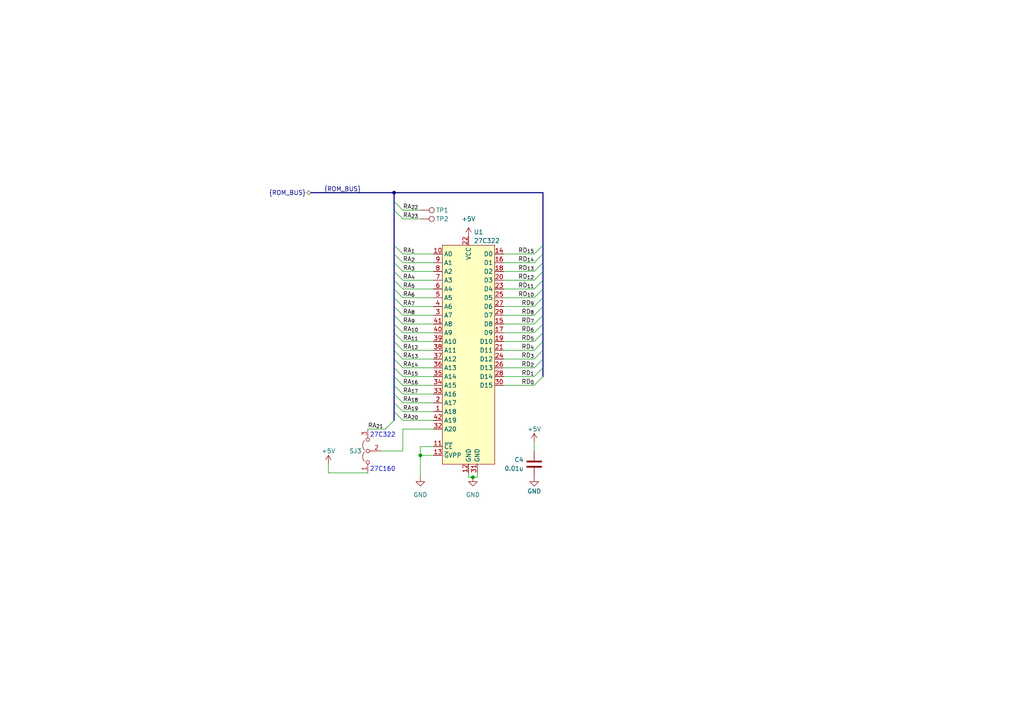
<source format=kicad_sch>
(kicad_sch
	(version 20231120)
	(generator "eeschema")
	(generator_version "8.0")
	(uuid "655dd94d-c8d5-4c85-a0a5-b48f6e46c8df")
	(paper "A4")
	(title_block
		(title "SNES SA-1 Cartridge")
		(date "2025-10-27")
		(rev "v1.0")
		(company "https://github.com/MouseBiteLabs/Super-Nintendo-Cartridges")
	)
	(lib_symbols
		(symbol "Bucketmouse:27C322"
			(exclude_from_sim no)
			(in_bom yes)
			(on_board yes)
			(property "Reference" "U"
				(at -7.62 31.75 0)
				(effects
					(font
						(size 1.27 1.27)
					)
				)
			)
			(property "Value" "27C322"
				(at -10.414 -34.29 0)
				(effects
					(font
						(size 1.27 1.27)
					)
					(justify left)
				)
			)
			(property "Footprint" ""
				(at 0 0 0)
				(effects
					(font
						(size 1.27 1.27)
					)
					(hide yes)
				)
			)
			(property "Datasheet" "https://static1.squarespace.com/static/51f517f0e4b01da70d01ca2a/t/5575515de4b0888fee6170ec/1433751901367/27C322.pdf"
				(at 0.254 -48.006 0)
				(effects
					(font
						(size 1.27 1.27)
					)
					(hide yes)
				)
			)
			(property "Description" "32 Mbit UV EPROM"
				(at 0.508 -45.974 0)
				(effects
					(font
						(size 1.27 1.27)
					)
					(hide yes)
				)
			)
			(property "ki_keywords" "OTP EPROM 4MiBit"
				(at 0 0 0)
				(effects
					(font
						(size 1.27 1.27)
					)
					(hide yes)
				)
			)
			(property "ki_fp_filters" "DIP*W15.24mm* PLCC*"
				(at 0 0 0)
				(effects
					(font
						(size 1.27 1.27)
					)
					(hide yes)
				)
			)
			(symbol "27C322_1_1"
				(rectangle
					(start -7.62 30.48)
					(end 7.62 -33.02)
					(stroke
						(width 0)
						(type default)
					)
					(fill
						(type background)
					)
				)
				(pin input line
					(at -10.16 -17.78 0)
					(length 2.54)
					(name "A18"
						(effects
							(font
								(size 1.27 1.27)
							)
						)
					)
					(number "1"
						(effects
							(font
								(size 1.27 1.27)
							)
						)
					)
				)
				(pin input line
					(at -10.16 27.94 0)
					(length 2.54)
					(name "A0"
						(effects
							(font
								(size 1.27 1.27)
							)
						)
					)
					(number "10"
						(effects
							(font
								(size 1.27 1.27)
							)
						)
					)
				)
				(pin input line
					(at -10.16 -27.94 0)
					(length 2.54)
					(name "~{CE}"
						(effects
							(font
								(size 1.27 1.27)
							)
						)
					)
					(number "11"
						(effects
							(font
								(size 1.27 1.27)
							)
						)
					)
				)
				(pin power_in line
					(at 0 -35.56 90)
					(length 2.54)
					(name "GND"
						(effects
							(font
								(size 1.27 1.27)
							)
						)
					)
					(number "12"
						(effects
							(font
								(size 1.27 1.27)
							)
						)
					)
				)
				(pin input line
					(at -10.16 -30.48 0)
					(length 2.54)
					(name "~{G}VPP"
						(effects
							(font
								(size 1.27 1.27)
							)
						)
					)
					(number "13"
						(effects
							(font
								(size 1.27 1.27)
							)
						)
					)
				)
				(pin tri_state line
					(at 10.16 27.94 180)
					(length 2.54)
					(name "D0"
						(effects
							(font
								(size 1.27 1.27)
							)
						)
					)
					(number "14"
						(effects
							(font
								(size 1.27 1.27)
							)
						)
					)
				)
				(pin tri_state line
					(at 10.16 7.62 180)
					(length 2.54)
					(name "D8"
						(effects
							(font
								(size 1.27 1.27)
							)
						)
					)
					(number "15"
						(effects
							(font
								(size 1.27 1.27)
							)
						)
					)
				)
				(pin tri_state line
					(at 10.16 25.4 180)
					(length 2.54)
					(name "D1"
						(effects
							(font
								(size 1.27 1.27)
							)
						)
					)
					(number "16"
						(effects
							(font
								(size 1.27 1.27)
							)
						)
					)
				)
				(pin tri_state line
					(at 10.16 5.08 180)
					(length 2.54)
					(name "D9"
						(effects
							(font
								(size 1.27 1.27)
							)
						)
					)
					(number "17"
						(effects
							(font
								(size 1.27 1.27)
							)
						)
					)
				)
				(pin tri_state line
					(at 10.16 22.86 180)
					(length 2.54)
					(name "D2"
						(effects
							(font
								(size 1.27 1.27)
							)
						)
					)
					(number "18"
						(effects
							(font
								(size 1.27 1.27)
							)
						)
					)
				)
				(pin tri_state line
					(at 10.16 2.54 180)
					(length 2.54)
					(name "D10"
						(effects
							(font
								(size 1.27 1.27)
							)
						)
					)
					(number "19"
						(effects
							(font
								(size 1.27 1.27)
							)
						)
					)
				)
				(pin input line
					(at -10.16 -15.24 0)
					(length 2.54)
					(name "A17"
						(effects
							(font
								(size 1.27 1.27)
							)
						)
					)
					(number "2"
						(effects
							(font
								(size 1.27 1.27)
							)
						)
					)
				)
				(pin tri_state line
					(at 10.16 20.32 180)
					(length 2.54)
					(name "D3"
						(effects
							(font
								(size 1.27 1.27)
							)
						)
					)
					(number "20"
						(effects
							(font
								(size 1.27 1.27)
							)
						)
					)
				)
				(pin tri_state line
					(at 10.16 0 180)
					(length 2.54)
					(name "D11"
						(effects
							(font
								(size 1.27 1.27)
							)
						)
					)
					(number "21"
						(effects
							(font
								(size 1.27 1.27)
							)
						)
					)
				)
				(pin power_in line
					(at 0 33.02 270)
					(length 2.54)
					(name "VCC"
						(effects
							(font
								(size 1.27 1.27)
							)
						)
					)
					(number "22"
						(effects
							(font
								(size 1.27 1.27)
							)
						)
					)
				)
				(pin tri_state line
					(at 10.16 17.78 180)
					(length 2.54)
					(name "D4"
						(effects
							(font
								(size 1.27 1.27)
							)
						)
					)
					(number "23"
						(effects
							(font
								(size 1.27 1.27)
							)
						)
					)
				)
				(pin tri_state line
					(at 10.16 -2.54 180)
					(length 2.54)
					(name "D12"
						(effects
							(font
								(size 1.27 1.27)
							)
						)
					)
					(number "24"
						(effects
							(font
								(size 1.27 1.27)
							)
						)
					)
				)
				(pin tri_state line
					(at 10.16 15.24 180)
					(length 2.54)
					(name "D5"
						(effects
							(font
								(size 1.27 1.27)
							)
						)
					)
					(number "25"
						(effects
							(font
								(size 1.27 1.27)
							)
						)
					)
				)
				(pin tri_state line
					(at 10.16 -5.08 180)
					(length 2.54)
					(name "D13"
						(effects
							(font
								(size 1.27 1.27)
							)
						)
					)
					(number "26"
						(effects
							(font
								(size 1.27 1.27)
							)
						)
					)
				)
				(pin tri_state line
					(at 10.16 12.7 180)
					(length 2.54)
					(name "D6"
						(effects
							(font
								(size 1.27 1.27)
							)
						)
					)
					(number "27"
						(effects
							(font
								(size 1.27 1.27)
							)
						)
					)
				)
				(pin tri_state line
					(at 10.16 -7.62 180)
					(length 2.54)
					(name "D14"
						(effects
							(font
								(size 1.27 1.27)
							)
						)
					)
					(number "28"
						(effects
							(font
								(size 1.27 1.27)
							)
						)
					)
				)
				(pin tri_state line
					(at 10.16 10.16 180)
					(length 2.54)
					(name "D7"
						(effects
							(font
								(size 1.27 1.27)
							)
						)
					)
					(number "29"
						(effects
							(font
								(size 1.27 1.27)
							)
						)
					)
				)
				(pin input line
					(at -10.16 10.16 0)
					(length 2.54)
					(name "A7"
						(effects
							(font
								(size 1.27 1.27)
							)
						)
					)
					(number "3"
						(effects
							(font
								(size 1.27 1.27)
							)
						)
					)
				)
				(pin tri_state line
					(at 10.16 -10.16 180)
					(length 2.54)
					(name "D15"
						(effects
							(font
								(size 1.27 1.27)
							)
						)
					)
					(number "30"
						(effects
							(font
								(size 1.27 1.27)
							)
						)
					)
				)
				(pin power_in line
					(at 2.54 -35.56 90)
					(length 2.54)
					(name "GND"
						(effects
							(font
								(size 1.27 1.27)
							)
						)
					)
					(number "31"
						(effects
							(font
								(size 1.27 1.27)
							)
						)
					)
				)
				(pin input line
					(at -10.16 -22.86 0)
					(length 2.54)
					(name "A20"
						(effects
							(font
								(size 1.27 1.27)
							)
						)
					)
					(number "32"
						(effects
							(font
								(size 1.27 1.27)
							)
						)
					)
				)
				(pin input line
					(at -10.16 -12.7 0)
					(length 2.54)
					(name "A16"
						(effects
							(font
								(size 1.27 1.27)
							)
						)
					)
					(number "33"
						(effects
							(font
								(size 1.27 1.27)
							)
						)
					)
				)
				(pin input line
					(at -10.16 -10.16 0)
					(length 2.54)
					(name "A15"
						(effects
							(font
								(size 1.27 1.27)
							)
						)
					)
					(number "34"
						(effects
							(font
								(size 1.27 1.27)
							)
						)
					)
				)
				(pin input line
					(at -10.16 -7.62 0)
					(length 2.54)
					(name "A14"
						(effects
							(font
								(size 1.27 1.27)
							)
						)
					)
					(number "35"
						(effects
							(font
								(size 1.27 1.27)
							)
						)
					)
				)
				(pin input line
					(at -10.16 -5.08 0)
					(length 2.54)
					(name "A13"
						(effects
							(font
								(size 1.27 1.27)
							)
						)
					)
					(number "36"
						(effects
							(font
								(size 1.27 1.27)
							)
						)
					)
				)
				(pin input line
					(at -10.16 -2.54 0)
					(length 2.54)
					(name "A12"
						(effects
							(font
								(size 1.27 1.27)
							)
						)
					)
					(number "37"
						(effects
							(font
								(size 1.27 1.27)
							)
						)
					)
				)
				(pin input line
					(at -10.16 0 0)
					(length 2.54)
					(name "A11"
						(effects
							(font
								(size 1.27 1.27)
							)
						)
					)
					(number "38"
						(effects
							(font
								(size 1.27 1.27)
							)
						)
					)
				)
				(pin input line
					(at -10.16 2.54 0)
					(length 2.54)
					(name "A10"
						(effects
							(font
								(size 1.27 1.27)
							)
						)
					)
					(number "39"
						(effects
							(font
								(size 1.27 1.27)
							)
						)
					)
				)
				(pin input line
					(at -10.16 12.7 0)
					(length 2.54)
					(name "A6"
						(effects
							(font
								(size 1.27 1.27)
							)
						)
					)
					(number "4"
						(effects
							(font
								(size 1.27 1.27)
							)
						)
					)
				)
				(pin input line
					(at -10.16 5.08 0)
					(length 2.54)
					(name "A9"
						(effects
							(font
								(size 1.27 1.27)
							)
						)
					)
					(number "40"
						(effects
							(font
								(size 1.27 1.27)
							)
						)
					)
				)
				(pin input line
					(at -10.16 7.62 0)
					(length 2.54)
					(name "A8"
						(effects
							(font
								(size 1.27 1.27)
							)
						)
					)
					(number "41"
						(effects
							(font
								(size 1.27 1.27)
							)
						)
					)
				)
				(pin input line
					(at -10.16 -20.32 0)
					(length 2.54)
					(name "A19"
						(effects
							(font
								(size 1.27 1.27)
							)
						)
					)
					(number "42"
						(effects
							(font
								(size 1.27 1.27)
							)
						)
					)
				)
				(pin input line
					(at -10.16 15.24 0)
					(length 2.54)
					(name "A5"
						(effects
							(font
								(size 1.27 1.27)
							)
						)
					)
					(number "5"
						(effects
							(font
								(size 1.27 1.27)
							)
						)
					)
				)
				(pin input line
					(at -10.16 17.78 0)
					(length 2.54)
					(name "A4"
						(effects
							(font
								(size 1.27 1.27)
							)
						)
					)
					(number "6"
						(effects
							(font
								(size 1.27 1.27)
							)
						)
					)
				)
				(pin input line
					(at -10.16 20.32 0)
					(length 2.54)
					(name "A3"
						(effects
							(font
								(size 1.27 1.27)
							)
						)
					)
					(number "7"
						(effects
							(font
								(size 1.27 1.27)
							)
						)
					)
				)
				(pin input line
					(at -10.16 22.86 0)
					(length 2.54)
					(name "A2"
						(effects
							(font
								(size 1.27 1.27)
							)
						)
					)
					(number "8"
						(effects
							(font
								(size 1.27 1.27)
							)
						)
					)
				)
				(pin input line
					(at -10.16 25.4 0)
					(length 2.54)
					(name "A1"
						(effects
							(font
								(size 1.27 1.27)
							)
						)
					)
					(number "9"
						(effects
							(font
								(size 1.27 1.27)
							)
						)
					)
				)
			)
		)
		(symbol "Connector:TestPoint"
			(pin_numbers hide)
			(pin_names
				(offset 0.762) hide)
			(exclude_from_sim no)
			(in_bom yes)
			(on_board yes)
			(property "Reference" "TP"
				(at 0 6.858 0)
				(effects
					(font
						(size 1.27 1.27)
					)
				)
			)
			(property "Value" "TestPoint"
				(at 0 5.08 0)
				(effects
					(font
						(size 1.27 1.27)
					)
				)
			)
			(property "Footprint" ""
				(at 5.08 0 0)
				(effects
					(font
						(size 1.27 1.27)
					)
					(hide yes)
				)
			)
			(property "Datasheet" "~"
				(at 5.08 0 0)
				(effects
					(font
						(size 1.27 1.27)
					)
					(hide yes)
				)
			)
			(property "Description" "test point"
				(at 0 0 0)
				(effects
					(font
						(size 1.27 1.27)
					)
					(hide yes)
				)
			)
			(property "ki_keywords" "test point tp"
				(at 0 0 0)
				(effects
					(font
						(size 1.27 1.27)
					)
					(hide yes)
				)
			)
			(property "ki_fp_filters" "Pin* Test*"
				(at 0 0 0)
				(effects
					(font
						(size 1.27 1.27)
					)
					(hide yes)
				)
			)
			(symbol "TestPoint_0_1"
				(circle
					(center 0 3.302)
					(radius 0.762)
					(stroke
						(width 0)
						(type default)
					)
					(fill
						(type none)
					)
				)
			)
			(symbol "TestPoint_1_1"
				(pin passive line
					(at 0 0 90)
					(length 2.54)
					(name "1"
						(effects
							(font
								(size 1.27 1.27)
							)
						)
					)
					(number "1"
						(effects
							(font
								(size 1.27 1.27)
							)
						)
					)
				)
			)
		)
		(symbol "Device:C"
			(pin_numbers hide)
			(pin_names
				(offset 0.254)
			)
			(exclude_from_sim no)
			(in_bom yes)
			(on_board yes)
			(property "Reference" "C"
				(at 0.635 2.54 0)
				(effects
					(font
						(size 1.27 1.27)
					)
					(justify left)
				)
			)
			(property "Value" "C"
				(at 0.635 -2.54 0)
				(effects
					(font
						(size 1.27 1.27)
					)
					(justify left)
				)
			)
			(property "Footprint" ""
				(at 0.9652 -3.81 0)
				(effects
					(font
						(size 1.27 1.27)
					)
					(hide yes)
				)
			)
			(property "Datasheet" "~"
				(at 0 0 0)
				(effects
					(font
						(size 1.27 1.27)
					)
					(hide yes)
				)
			)
			(property "Description" "Unpolarized capacitor"
				(at 0 0 0)
				(effects
					(font
						(size 1.27 1.27)
					)
					(hide yes)
				)
			)
			(property "ki_keywords" "cap capacitor"
				(at 0 0 0)
				(effects
					(font
						(size 1.27 1.27)
					)
					(hide yes)
				)
			)
			(property "ki_fp_filters" "C_*"
				(at 0 0 0)
				(effects
					(font
						(size 1.27 1.27)
					)
					(hide yes)
				)
			)
			(symbol "C_0_1"
				(polyline
					(pts
						(xy -2.032 -0.762) (xy 2.032 -0.762)
					)
					(stroke
						(width 0.508)
						(type default)
					)
					(fill
						(type none)
					)
				)
				(polyline
					(pts
						(xy -2.032 0.762) (xy 2.032 0.762)
					)
					(stroke
						(width 0.508)
						(type default)
					)
					(fill
						(type none)
					)
				)
			)
			(symbol "C_1_1"
				(pin passive line
					(at 0 3.81 270)
					(length 2.794)
					(name "~"
						(effects
							(font
								(size 1.27 1.27)
							)
						)
					)
					(number "1"
						(effects
							(font
								(size 1.27 1.27)
							)
						)
					)
				)
				(pin passive line
					(at 0 -3.81 90)
					(length 2.794)
					(name "~"
						(effects
							(font
								(size 1.27 1.27)
							)
						)
					)
					(number "2"
						(effects
							(font
								(size 1.27 1.27)
							)
						)
					)
				)
			)
		)
		(symbol "Jumper:Jumper_3_Open"
			(pin_names
				(offset 0) hide)
			(exclude_from_sim yes)
			(in_bom no)
			(on_board yes)
			(property "Reference" "JP"
				(at -2.54 -2.54 0)
				(effects
					(font
						(size 1.27 1.27)
					)
				)
			)
			(property "Value" "Jumper_3_Open"
				(at 0 2.794 0)
				(effects
					(font
						(size 1.27 1.27)
					)
				)
			)
			(property "Footprint" ""
				(at 0 0 0)
				(effects
					(font
						(size 1.27 1.27)
					)
					(hide yes)
				)
			)
			(property "Datasheet" "~"
				(at 0 0 0)
				(effects
					(font
						(size 1.27 1.27)
					)
					(hide yes)
				)
			)
			(property "Description" "Jumper, 3-pole, both open"
				(at 0 0 0)
				(effects
					(font
						(size 1.27 1.27)
					)
					(hide yes)
				)
			)
			(property "ki_keywords" "Jumper SPDT"
				(at 0 0 0)
				(effects
					(font
						(size 1.27 1.27)
					)
					(hide yes)
				)
			)
			(property "ki_fp_filters" "Jumper* TestPoint*3Pads* TestPoint*Bridge*"
				(at 0 0 0)
				(effects
					(font
						(size 1.27 1.27)
					)
					(hide yes)
				)
			)
			(symbol "Jumper_3_Open_0_0"
				(circle
					(center -3.302 0)
					(radius 0.508)
					(stroke
						(width 0)
						(type default)
					)
					(fill
						(type none)
					)
				)
				(circle
					(center 0 0)
					(radius 0.508)
					(stroke
						(width 0)
						(type default)
					)
					(fill
						(type none)
					)
				)
				(circle
					(center 3.302 0)
					(radius 0.508)
					(stroke
						(width 0)
						(type default)
					)
					(fill
						(type none)
					)
				)
			)
			(symbol "Jumper_3_Open_0_1"
				(arc
					(start -0.254 1.016)
					(mid -1.651 1.4992)
					(end -3.048 1.016)
					(stroke
						(width 0)
						(type default)
					)
					(fill
						(type none)
					)
				)
				(polyline
					(pts
						(xy 0 -0.508) (xy 0 -1.27)
					)
					(stroke
						(width 0)
						(type default)
					)
					(fill
						(type none)
					)
				)
				(arc
					(start 3.048 1.016)
					(mid 1.651 1.4992)
					(end 0.254 1.016)
					(stroke
						(width 0)
						(type default)
					)
					(fill
						(type none)
					)
				)
			)
			(symbol "Jumper_3_Open_1_1"
				(pin passive line
					(at -6.35 0 0)
					(length 2.54)
					(name "A"
						(effects
							(font
								(size 1.27 1.27)
							)
						)
					)
					(number "1"
						(effects
							(font
								(size 1.27 1.27)
							)
						)
					)
				)
				(pin passive line
					(at 0 -3.81 90)
					(length 2.54)
					(name "C"
						(effects
							(font
								(size 1.27 1.27)
							)
						)
					)
					(number "2"
						(effects
							(font
								(size 1.27 1.27)
							)
						)
					)
				)
				(pin passive line
					(at 6.35 0 180)
					(length 2.54)
					(name "B"
						(effects
							(font
								(size 1.27 1.27)
							)
						)
					)
					(number "3"
						(effects
							(font
								(size 1.27 1.27)
							)
						)
					)
				)
			)
		)
		(symbol "power:+5V"
			(power)
			(pin_numbers hide)
			(pin_names
				(offset 0) hide)
			(exclude_from_sim no)
			(in_bom yes)
			(on_board yes)
			(property "Reference" "#PWR"
				(at 0 -3.81 0)
				(effects
					(font
						(size 1.27 1.27)
					)
					(hide yes)
				)
			)
			(property "Value" "+5V"
				(at 0 3.556 0)
				(effects
					(font
						(size 1.27 1.27)
					)
				)
			)
			(property "Footprint" ""
				(at 0 0 0)
				(effects
					(font
						(size 1.27 1.27)
					)
					(hide yes)
				)
			)
			(property "Datasheet" ""
				(at 0 0 0)
				(effects
					(font
						(size 1.27 1.27)
					)
					(hide yes)
				)
			)
			(property "Description" "Power symbol creates a global label with name \"+5V\""
				(at 0 0 0)
				(effects
					(font
						(size 1.27 1.27)
					)
					(hide yes)
				)
			)
			(property "ki_keywords" "global power"
				(at 0 0 0)
				(effects
					(font
						(size 1.27 1.27)
					)
					(hide yes)
				)
			)
			(symbol "+5V_0_1"
				(polyline
					(pts
						(xy -0.762 1.27) (xy 0 2.54)
					)
					(stroke
						(width 0)
						(type default)
					)
					(fill
						(type none)
					)
				)
				(polyline
					(pts
						(xy 0 0) (xy 0 2.54)
					)
					(stroke
						(width 0)
						(type default)
					)
					(fill
						(type none)
					)
				)
				(polyline
					(pts
						(xy 0 2.54) (xy 0.762 1.27)
					)
					(stroke
						(width 0)
						(type default)
					)
					(fill
						(type none)
					)
				)
			)
			(symbol "+5V_1_1"
				(pin power_in line
					(at 0 0 90)
					(length 0)
					(name "~"
						(effects
							(font
								(size 1.27 1.27)
							)
						)
					)
					(number "1"
						(effects
							(font
								(size 1.27 1.27)
							)
						)
					)
				)
			)
		)
		(symbol "power:GND"
			(power)
			(pin_numbers hide)
			(pin_names
				(offset 0) hide)
			(exclude_from_sim no)
			(in_bom yes)
			(on_board yes)
			(property "Reference" "#PWR"
				(at 0 -6.35 0)
				(effects
					(font
						(size 1.27 1.27)
					)
					(hide yes)
				)
			)
			(property "Value" "GND"
				(at 0 -3.81 0)
				(effects
					(font
						(size 1.27 1.27)
					)
				)
			)
			(property "Footprint" ""
				(at 0 0 0)
				(effects
					(font
						(size 1.27 1.27)
					)
					(hide yes)
				)
			)
			(property "Datasheet" ""
				(at 0 0 0)
				(effects
					(font
						(size 1.27 1.27)
					)
					(hide yes)
				)
			)
			(property "Description" "Power symbol creates a global label with name \"GND\" , ground"
				(at 0 0 0)
				(effects
					(font
						(size 1.27 1.27)
					)
					(hide yes)
				)
			)
			(property "ki_keywords" "global power"
				(at 0 0 0)
				(effects
					(font
						(size 1.27 1.27)
					)
					(hide yes)
				)
			)
			(symbol "GND_0_1"
				(polyline
					(pts
						(xy 0 0) (xy 0 -1.27) (xy 1.27 -1.27) (xy 0 -2.54) (xy -1.27 -1.27) (xy 0 -1.27)
					)
					(stroke
						(width 0)
						(type default)
					)
					(fill
						(type none)
					)
				)
			)
			(symbol "GND_1_1"
				(pin power_in line
					(at 0 0 270)
					(length 0)
					(name "~"
						(effects
							(font
								(size 1.27 1.27)
							)
						)
					)
					(number "1"
						(effects
							(font
								(size 1.27 1.27)
							)
						)
					)
				)
			)
		)
	)
	(junction
		(at 114.3 55.88)
		(diameter 0)
		(color 0 0 0 0)
		(uuid "66726ebb-eb75-4aa0-9754-aac3b39ece97")
	)
	(junction
		(at 121.92 132.08)
		(diameter 0)
		(color 0 0 0 0)
		(uuid "c4f2eeb2-9cee-4878-b9a2-a9713dd76dc5")
	)
	(junction
		(at 137.16 138.43)
		(diameter 0)
		(color 0 0 0 0)
		(uuid "d7e183ae-2590-4f6c-ac4e-40aec982fd2a")
	)
	(bus_entry
		(at 157.48 96.52)
		(size -2.54 2.54)
		(stroke
			(width 0)
			(type default)
		)
		(uuid "03e5fced-df88-4f1e-a51c-605bdee28fcb")
	)
	(bus_entry
		(at 114.3 99.06)
		(size 2.54 2.54)
		(stroke
			(width 0)
			(type default)
		)
		(uuid "04277900-a6d2-4d1d-8e0b-cf12c4d18aaf")
	)
	(bus_entry
		(at 114.3 96.52)
		(size 2.54 2.54)
		(stroke
			(width 0)
			(type default)
		)
		(uuid "0d32230d-2a69-4901-8f69-864426df61df")
	)
	(bus_entry
		(at 157.48 71.12)
		(size -2.54 2.54)
		(stroke
			(width 0)
			(type default)
		)
		(uuid "0e918eff-5f0b-4bd2-9589-ddf9fcdc1ce5")
	)
	(bus_entry
		(at 114.3 106.68)
		(size 2.54 2.54)
		(stroke
			(width 0)
			(type default)
		)
		(uuid "1cd6ef72-0d2a-456f-ace8-275d3f2de686")
	)
	(bus_entry
		(at 114.3 101.6)
		(size 2.54 2.54)
		(stroke
			(width 0)
			(type default)
		)
		(uuid "22358ce5-24dc-49ff-9d9f-1bb7e1135a07")
	)
	(bus_entry
		(at 157.48 81.28)
		(size -2.54 2.54)
		(stroke
			(width 0)
			(type default)
		)
		(uuid "23bda58e-dcef-4fab-ae61-afdf38bce5dd")
	)
	(bus_entry
		(at 157.48 78.74)
		(size -2.54 2.54)
		(stroke
			(width 0)
			(type default)
		)
		(uuid "291e8d7e-a7b5-4dd4-9064-3ce851c6bf1f")
	)
	(bus_entry
		(at 114.3 88.9)
		(size 2.54 2.54)
		(stroke
			(width 0)
			(type default)
		)
		(uuid "3845f50f-8671-4198-9643-6d94e7761a85")
	)
	(bus_entry
		(at 114.3 58.42)
		(size 2.54 2.54)
		(stroke
			(width 0)
			(type default)
		)
		(uuid "3ad82cd5-71e5-419f-8253-40af68a6dfc2")
	)
	(bus_entry
		(at 114.3 109.22)
		(size 2.54 2.54)
		(stroke
			(width 0)
			(type default)
		)
		(uuid "3eb2413d-8e48-4fd4-bdc7-4ad5547e4e4f")
	)
	(bus_entry
		(at 157.48 88.9)
		(size -2.54 2.54)
		(stroke
			(width 0)
			(type default)
		)
		(uuid "409126f0-d193-47eb-8324-c9afa39ee836")
	)
	(bus_entry
		(at 114.3 121.92)
		(size -2.54 2.54)
		(stroke
			(width 0)
			(type default)
		)
		(uuid "43217dcd-b3d2-4121-bbdc-dfad2eb85b2a")
	)
	(bus_entry
		(at 114.3 86.36)
		(size 2.54 2.54)
		(stroke
			(width 0)
			(type default)
		)
		(uuid "51233746-2fac-4177-bcac-e31c99ef17ea")
	)
	(bus_entry
		(at 157.48 104.14)
		(size -2.54 2.54)
		(stroke
			(width 0)
			(type default)
		)
		(uuid "563333c2-99b2-4dfc-b1d2-d7c1c073dd93")
	)
	(bus_entry
		(at 114.3 104.14)
		(size 2.54 2.54)
		(stroke
			(width 0)
			(type default)
		)
		(uuid "5681794c-42c5-416a-a40a-b6052d20bf85")
	)
	(bus_entry
		(at 114.3 71.12)
		(size 2.54 2.54)
		(stroke
			(width 0)
			(type default)
		)
		(uuid "700d6d5b-ac99-4982-841a-e6c7eb711d7f")
	)
	(bus_entry
		(at 157.48 73.66)
		(size -2.54 2.54)
		(stroke
			(width 0)
			(type default)
		)
		(uuid "7414a4eb-1280-4c18-9399-c87744a8de46")
	)
	(bus_entry
		(at 114.3 78.74)
		(size 2.54 2.54)
		(stroke
			(width 0)
			(type default)
		)
		(uuid "7772900a-9bce-416c-915e-6916f0f686da")
	)
	(bus_entry
		(at 114.3 111.76)
		(size 2.54 2.54)
		(stroke
			(width 0)
			(type default)
		)
		(uuid "7997ee73-394c-489d-85a4-172a7ecd9a22")
	)
	(bus_entry
		(at 157.48 109.22)
		(size -2.54 2.54)
		(stroke
			(width 0)
			(type default)
		)
		(uuid "81a0f1f0-fc65-42e1-92b5-384e127176a3")
	)
	(bus_entry
		(at 157.48 91.44)
		(size -2.54 2.54)
		(stroke
			(width 0)
			(type default)
		)
		(uuid "8392b4eb-05b9-46cf-9047-ddcafed45436")
	)
	(bus_entry
		(at 114.3 83.82)
		(size 2.54 2.54)
		(stroke
			(width 0)
			(type default)
		)
		(uuid "84c0b628-b212-490b-a953-a247ef2e6257")
	)
	(bus_entry
		(at 157.48 106.68)
		(size -2.54 2.54)
		(stroke
			(width 0)
			(type default)
		)
		(uuid "8fdf8564-2217-4879-8559-24a9e861b6b1")
	)
	(bus_entry
		(at 114.3 114.3)
		(size 2.54 2.54)
		(stroke
			(width 0)
			(type default)
		)
		(uuid "90ae0552-9861-4962-bb94-64021a6d0517")
	)
	(bus_entry
		(at 114.3 91.44)
		(size 2.54 2.54)
		(stroke
			(width 0)
			(type default)
		)
		(uuid "913e9847-782f-4229-b37b-5a69219badd8")
	)
	(bus_entry
		(at 157.48 99.06)
		(size -2.54 2.54)
		(stroke
			(width 0)
			(type default)
		)
		(uuid "98d9085c-5c0e-4909-8dfe-d01aace61563")
	)
	(bus_entry
		(at 114.3 119.38)
		(size 2.54 2.54)
		(stroke
			(width 0)
			(type default)
		)
		(uuid "9a10ca66-ab2c-4c63-a3dc-a4bcfbd04b3e")
	)
	(bus_entry
		(at 157.48 101.6)
		(size -2.54 2.54)
		(stroke
			(width 0)
			(type default)
		)
		(uuid "ae10f73e-14e8-45e7-bc50-1ab1d6f68529")
	)
	(bus_entry
		(at 114.3 60.96)
		(size 2.54 2.54)
		(stroke
			(width 0)
			(type default)
		)
		(uuid "b3e73d79-1bd2-425f-9d96-47f858293217")
	)
	(bus_entry
		(at 114.3 81.28)
		(size 2.54 2.54)
		(stroke
			(width 0)
			(type default)
		)
		(uuid "c563453b-5653-4b80-b9a3-7593f9824e81")
	)
	(bus_entry
		(at 157.48 76.2)
		(size -2.54 2.54)
		(stroke
			(width 0)
			(type default)
		)
		(uuid "c7cd9c2c-2b25-425a-98b7-631bd1a231b2")
	)
	(bus_entry
		(at 157.48 86.36)
		(size -2.54 2.54)
		(stroke
			(width 0)
			(type default)
		)
		(uuid "d66f0d1d-dbd6-4782-83a5-b65c3495c734")
	)
	(bus_entry
		(at 157.48 83.82)
		(size -2.54 2.54)
		(stroke
			(width 0)
			(type default)
		)
		(uuid "e211a1e4-52e6-4541-8fff-70de2f8ac2fa")
	)
	(bus_entry
		(at 114.3 116.84)
		(size 2.54 2.54)
		(stroke
			(width 0)
			(type default)
		)
		(uuid "e302b45f-b8e7-4499-a01c-594fa2da3701")
	)
	(bus_entry
		(at 157.48 93.98)
		(size -2.54 2.54)
		(stroke
			(width 0)
			(type default)
		)
		(uuid "e7adb16e-0677-4b4a-be8c-35b53d682efb")
	)
	(bus_entry
		(at 114.3 76.2)
		(size 2.54 2.54)
		(stroke
			(width 0)
			(type default)
		)
		(uuid "ed6819f7-6d9e-4d30-9605-c51c8df30ba8")
	)
	(bus_entry
		(at 114.3 93.98)
		(size 2.54 2.54)
		(stroke
			(width 0)
			(type default)
		)
		(uuid "f3a3f447-5bc1-4988-951b-19f29152b954")
	)
	(bus_entry
		(at 114.3 73.66)
		(size 2.54 2.54)
		(stroke
			(width 0)
			(type default)
		)
		(uuid "fcc92495-5335-485d-a700-8c674a1e115e")
	)
	(bus
		(pts
			(xy 157.48 104.14) (xy 157.48 101.6)
		)
		(stroke
			(width 0)
			(type default)
		)
		(uuid "09d94133-0356-426c-a623-f3cd43902265")
	)
	(wire
		(pts
			(xy 121.92 132.08) (xy 125.73 132.08)
		)
		(stroke
			(width 0)
			(type default)
		)
		(uuid "09e408c5-e5ac-4aa3-ab79-1976f6c61b18")
	)
	(wire
		(pts
			(xy 116.84 91.44) (xy 125.73 91.44)
		)
		(stroke
			(width 0)
			(type default)
		)
		(uuid "0cd20406-aed2-419a-9018-2a1658cddf33")
	)
	(wire
		(pts
			(xy 106.68 137.16) (xy 95.25 137.16)
		)
		(stroke
			(width 0)
			(type default)
		)
		(uuid "0d2e7b44-e69a-4e7a-8f5e-6ad4fd7a3a2d")
	)
	(bus
		(pts
			(xy 157.48 109.22) (xy 157.48 106.68)
		)
		(stroke
			(width 0)
			(type default)
		)
		(uuid "0e1f7ecc-34b1-4d09-a004-afb96915c403")
	)
	(wire
		(pts
			(xy 116.84 63.5) (xy 121.92 63.5)
		)
		(stroke
			(width 0)
			(type default)
		)
		(uuid "0f3ae8a1-0cf5-40a5-bc51-7d81a2228c35")
	)
	(wire
		(pts
			(xy 135.89 138.43) (xy 137.16 138.43)
		)
		(stroke
			(width 0)
			(type default)
		)
		(uuid "1403556d-c7fc-42df-822e-83ff88ec1a87")
	)
	(bus
		(pts
			(xy 114.3 91.44) (xy 114.3 93.98)
		)
		(stroke
			(width 0)
			(type default)
		)
		(uuid "172f19c0-b822-492e-8dfe-ae8e17426714")
	)
	(wire
		(pts
			(xy 116.84 76.2) (xy 125.73 76.2)
		)
		(stroke
			(width 0)
			(type default)
		)
		(uuid "18cfe5f3-abc4-4dfe-ad61-afb389d9d268")
	)
	(wire
		(pts
			(xy 121.92 132.08) (xy 121.92 129.54)
		)
		(stroke
			(width 0)
			(type default)
		)
		(uuid "1ae9c941-4ae8-4c75-aa56-b03260959a76")
	)
	(wire
		(pts
			(xy 116.84 119.38) (xy 125.73 119.38)
		)
		(stroke
			(width 0)
			(type default)
		)
		(uuid "1d2a794e-2490-447b-9912-71b2c8d758fa")
	)
	(wire
		(pts
			(xy 116.84 111.76) (xy 125.73 111.76)
		)
		(stroke
			(width 0)
			(type default)
		)
		(uuid "1f24933a-24f2-413b-892b-208e55e21ba7")
	)
	(wire
		(pts
			(xy 116.84 130.81) (xy 116.84 124.46)
		)
		(stroke
			(width 0)
			(type default)
		)
		(uuid "26339ab3-964f-4d09-bd7b-f9532c904272")
	)
	(bus
		(pts
			(xy 114.3 83.82) (xy 114.3 86.36)
		)
		(stroke
			(width 0)
			(type default)
		)
		(uuid "27fa23c9-0d16-455b-9e42-30c186586c74")
	)
	(wire
		(pts
			(xy 116.84 96.52) (xy 125.73 96.52)
		)
		(stroke
			(width 0)
			(type default)
		)
		(uuid "2bd953d9-d67d-4a58-9df7-382fe4d06fb0")
	)
	(wire
		(pts
			(xy 116.84 93.98) (xy 125.73 93.98)
		)
		(stroke
			(width 0)
			(type default)
		)
		(uuid "2e965e8b-2aa5-487c-84fa-1c13821d70b4")
	)
	(bus
		(pts
			(xy 157.48 106.68) (xy 157.48 104.14)
		)
		(stroke
			(width 0)
			(type default)
		)
		(uuid "2e9992d8-fe19-4529-a76c-573695fbc574")
	)
	(bus
		(pts
			(xy 114.3 116.84) (xy 114.3 119.38)
		)
		(stroke
			(width 0)
			(type default)
		)
		(uuid "2fc1b750-bc4f-4229-921a-42483c6be3e6")
	)
	(bus
		(pts
			(xy 157.48 96.52) (xy 157.48 93.98)
		)
		(stroke
			(width 0)
			(type default)
		)
		(uuid "2fd21f10-531a-4be4-98b2-5df6d5441737")
	)
	(wire
		(pts
			(xy 146.05 96.52) (xy 154.94 96.52)
		)
		(stroke
			(width 0)
			(type default)
		)
		(uuid "304d0595-0c8d-4666-9e23-6a06571347b6")
	)
	(bus
		(pts
			(xy 157.48 78.74) (xy 157.48 76.2)
		)
		(stroke
			(width 0)
			(type default)
		)
		(uuid "3073294b-4eda-46d5-9fde-c8079b7a866f")
	)
	(bus
		(pts
			(xy 114.3 60.96) (xy 114.3 71.12)
		)
		(stroke
			(width 0)
			(type default)
		)
		(uuid "33c16e46-d890-4b10-b673-0363fdd61a01")
	)
	(bus
		(pts
			(xy 114.3 81.28) (xy 114.3 83.82)
		)
		(stroke
			(width 0)
			(type default)
		)
		(uuid "3585d0cf-d781-4032-a859-96f069aa6840")
	)
	(bus
		(pts
			(xy 114.3 55.88) (xy 157.48 55.88)
		)
		(stroke
			(width 0)
			(type default)
		)
		(uuid "35b6177c-b4ac-4283-8c76-4dd3f2f20044")
	)
	(wire
		(pts
			(xy 116.84 109.22) (xy 125.73 109.22)
		)
		(stroke
			(width 0)
			(type default)
		)
		(uuid "38ded584-07b2-4705-8667-64b0e9920b93")
	)
	(bus
		(pts
			(xy 114.3 76.2) (xy 114.3 78.74)
		)
		(stroke
			(width 0)
			(type default)
		)
		(uuid "394381d8-8d21-4c13-a537-c57fa46b7cb0")
	)
	(bus
		(pts
			(xy 157.48 86.36) (xy 157.48 83.82)
		)
		(stroke
			(width 0)
			(type default)
		)
		(uuid "3e81890f-d4ae-4686-8a5e-b4e0b2edddae")
	)
	(bus
		(pts
			(xy 114.3 73.66) (xy 114.3 76.2)
		)
		(stroke
			(width 0)
			(type default)
		)
		(uuid "3ecef407-bf2e-4390-b518-22b3d6559f73")
	)
	(bus
		(pts
			(xy 157.48 91.44) (xy 157.48 88.9)
		)
		(stroke
			(width 0)
			(type default)
		)
		(uuid "3ffd759b-444b-418f-93f4-a482e3e32c2e")
	)
	(bus
		(pts
			(xy 157.48 76.2) (xy 157.48 73.66)
		)
		(stroke
			(width 0)
			(type default)
		)
		(uuid "41727213-2214-4e4d-9919-c0bc9cef1d3a")
	)
	(wire
		(pts
			(xy 116.84 83.82) (xy 125.73 83.82)
		)
		(stroke
			(width 0)
			(type default)
		)
		(uuid "45eb59c2-d2a3-4c7d-9457-4bdc8bda7c52")
	)
	(bus
		(pts
			(xy 114.3 111.76) (xy 114.3 114.3)
		)
		(stroke
			(width 0)
			(type default)
		)
		(uuid "48237d97-6017-4919-824b-73c91551752d")
	)
	(wire
		(pts
			(xy 121.92 138.43) (xy 121.92 132.08)
		)
		(stroke
			(width 0)
			(type default)
		)
		(uuid "4c0f1689-7b17-42bf-9bf4-c91230fa3847")
	)
	(bus
		(pts
			(xy 114.3 86.36) (xy 114.3 88.9)
		)
		(stroke
			(width 0)
			(type default)
		)
		(uuid "4e5e9e5a-5953-4634-8272-96ef10005912")
	)
	(wire
		(pts
			(xy 146.05 83.82) (xy 154.94 83.82)
		)
		(stroke
			(width 0)
			(type default)
		)
		(uuid "508f8242-9781-4ffc-88d5-ce78daf9e575")
	)
	(wire
		(pts
			(xy 146.05 81.28) (xy 154.94 81.28)
		)
		(stroke
			(width 0)
			(type default)
		)
		(uuid "527d636c-9764-4641-a353-7f2e658a6828")
	)
	(bus
		(pts
			(xy 114.3 55.88) (xy 114.3 58.42)
		)
		(stroke
			(width 0)
			(type default)
		)
		(uuid "54b81c31-99c7-42e8-b6f9-506129d33c86")
	)
	(bus
		(pts
			(xy 157.48 88.9) (xy 157.48 86.36)
		)
		(stroke
			(width 0)
			(type default)
		)
		(uuid "55ac2550-391e-44a3-a80f-bc40f2b2b60f")
	)
	(wire
		(pts
			(xy 116.84 124.46) (xy 125.73 124.46)
		)
		(stroke
			(width 0)
			(type default)
		)
		(uuid "55e7fc14-2662-4bee-9c6b-4ad3a92a767e")
	)
	(wire
		(pts
			(xy 146.05 86.36) (xy 154.94 86.36)
		)
		(stroke
			(width 0)
			(type default)
		)
		(uuid "5678c8d8-245c-4eb8-abc1-3861ad41049a")
	)
	(wire
		(pts
			(xy 116.84 73.66) (xy 125.73 73.66)
		)
		(stroke
			(width 0)
			(type default)
		)
		(uuid "58d465a1-bc51-48a0-a188-02a3dd6af132")
	)
	(bus
		(pts
			(xy 157.48 99.06) (xy 157.48 96.52)
		)
		(stroke
			(width 0)
			(type default)
		)
		(uuid "59ebbd5a-879f-4afa-94ad-1b35cd6ff7b7")
	)
	(bus
		(pts
			(xy 114.3 99.06) (xy 114.3 101.6)
		)
		(stroke
			(width 0)
			(type default)
		)
		(uuid "5bc26308-48f6-4fdb-9c24-eda1e80fb615")
	)
	(bus
		(pts
			(xy 114.3 58.42) (xy 114.3 60.96)
		)
		(stroke
			(width 0)
			(type default)
		)
		(uuid "5f598299-3541-48e3-b826-4d3ea099c7a3")
	)
	(wire
		(pts
			(xy 146.05 109.22) (xy 154.94 109.22)
		)
		(stroke
			(width 0)
			(type default)
		)
		(uuid "638311bf-8966-4e59-8877-a54ab45efd4e")
	)
	(wire
		(pts
			(xy 116.84 60.96) (xy 121.92 60.96)
		)
		(stroke
			(width 0)
			(type default)
		)
		(uuid "64c02f35-f9fa-4ef1-8b75-79dc61f7bd81")
	)
	(bus
		(pts
			(xy 90.17 55.88) (xy 114.3 55.88)
		)
		(stroke
			(width 0)
			(type default)
		)
		(uuid "6b0941aa-adec-4333-b43a-203b2f654261")
	)
	(bus
		(pts
			(xy 114.3 119.38) (xy 114.3 121.92)
		)
		(stroke
			(width 0)
			(type default)
		)
		(uuid "73b0923b-e4d6-459f-b9a4-98da5a1c3f27")
	)
	(wire
		(pts
			(xy 116.84 88.9) (xy 125.73 88.9)
		)
		(stroke
			(width 0)
			(type default)
		)
		(uuid "760ac0e6-5d0f-42ed-bffe-95d626161f2e")
	)
	(wire
		(pts
			(xy 154.94 128.27) (xy 154.94 130.81)
		)
		(stroke
			(width 0)
			(type default)
		)
		(uuid "7c3eb8d3-c912-4178-8971-0ac042e632dd")
	)
	(wire
		(pts
			(xy 116.84 81.28) (xy 125.73 81.28)
		)
		(stroke
			(width 0)
			(type default)
		)
		(uuid "7d0136a2-af6f-4818-903b-1991b5da24a4")
	)
	(bus
		(pts
			(xy 114.3 101.6) (xy 114.3 104.14)
		)
		(stroke
			(width 0)
			(type default)
		)
		(uuid "80c98a33-b970-48ec-89f8-1ae04da6e992")
	)
	(wire
		(pts
			(xy 146.05 78.74) (xy 154.94 78.74)
		)
		(stroke
			(width 0)
			(type default)
		)
		(uuid "840df1b1-2249-4c1c-8b02-5e2ac5bc079b")
	)
	(wire
		(pts
			(xy 146.05 88.9) (xy 154.94 88.9)
		)
		(stroke
			(width 0)
			(type default)
		)
		(uuid "8467d3f2-1248-4f38-9bc3-16149a2e67c1")
	)
	(wire
		(pts
			(xy 116.84 104.14) (xy 125.73 104.14)
		)
		(stroke
			(width 0)
			(type default)
		)
		(uuid "84a192ae-5323-49ce-97e4-b3d33ab3347e")
	)
	(wire
		(pts
			(xy 121.92 129.54) (xy 125.73 129.54)
		)
		(stroke
			(width 0)
			(type default)
		)
		(uuid "8aed5b5e-2926-4b1e-863f-90a83369a067")
	)
	(wire
		(pts
			(xy 111.76 124.46) (xy 106.68 124.46)
		)
		(stroke
			(width 0)
			(type default)
		)
		(uuid "8bbf94bd-8e44-4842-9ed4-3f60da503fa5")
	)
	(bus
		(pts
			(xy 114.3 109.22) (xy 114.3 111.76)
		)
		(stroke
			(width 0)
			(type default)
		)
		(uuid "94fb9a97-1738-4fba-bcad-62a2c5906d0e")
	)
	(wire
		(pts
			(xy 146.05 106.68) (xy 154.94 106.68)
		)
		(stroke
			(width 0)
			(type default)
		)
		(uuid "96eba1ce-f404-45b8-9168-142d9d3b3c28")
	)
	(wire
		(pts
			(xy 146.05 101.6) (xy 154.94 101.6)
		)
		(stroke
			(width 0)
			(type default)
		)
		(uuid "98988a4d-da65-4ffd-a777-50c1a42f6d8f")
	)
	(wire
		(pts
			(xy 116.84 116.84) (xy 125.73 116.84)
		)
		(stroke
			(width 0)
			(type default)
		)
		(uuid "a26429e1-1c46-42f2-b3bb-1211bd11d097")
	)
	(bus
		(pts
			(xy 114.3 78.74) (xy 114.3 81.28)
		)
		(stroke
			(width 0)
			(type default)
		)
		(uuid "ab6c477b-1182-4f4e-a7ca-a23f36a36abf")
	)
	(bus
		(pts
			(xy 157.48 71.12) (xy 157.48 55.88)
		)
		(stroke
			(width 0)
			(type default)
		)
		(uuid "ad016f3c-9c7b-4b81-951c-e6507a5ca5a9")
	)
	(wire
		(pts
			(xy 138.43 137.16) (xy 138.43 138.43)
		)
		(stroke
			(width 0)
			(type default)
		)
		(uuid "ae1ed879-84f1-462c-953b-163c1bdbc75b")
	)
	(bus
		(pts
			(xy 114.3 93.98) (xy 114.3 96.52)
		)
		(stroke
			(width 0)
			(type default)
		)
		(uuid "aebb79b5-8a73-45ba-af46-e544e769ada6")
	)
	(bus
		(pts
			(xy 157.48 73.66) (xy 157.48 71.12)
		)
		(stroke
			(width 0)
			(type default)
		)
		(uuid "b00f567a-4692-4ff9-b8a3-4c8041e3a540")
	)
	(wire
		(pts
			(xy 116.84 78.74) (xy 125.73 78.74)
		)
		(stroke
			(width 0)
			(type default)
		)
		(uuid "b196bc1b-1070-413c-89b3-50d98998bc9e")
	)
	(bus
		(pts
			(xy 114.3 114.3) (xy 114.3 116.84)
		)
		(stroke
			(width 0)
			(type default)
		)
		(uuid "b8f63847-0a04-4bf2-a1eb-58a9b1fd41bf")
	)
	(wire
		(pts
			(xy 146.05 104.14) (xy 154.94 104.14)
		)
		(stroke
			(width 0)
			(type default)
		)
		(uuid "c195158b-8d6c-4ca3-9c2f-5e1e11dce5d8")
	)
	(wire
		(pts
			(xy 146.05 99.06) (xy 154.94 99.06)
		)
		(stroke
			(width 0)
			(type default)
		)
		(uuid "c5c06f22-4acb-48f9-99c0-023c9ff58f4e")
	)
	(bus
		(pts
			(xy 157.48 83.82) (xy 157.48 81.28)
		)
		(stroke
			(width 0)
			(type default)
		)
		(uuid "c7a23ebc-21a6-4e94-be7f-5c5502126779")
	)
	(bus
		(pts
			(xy 114.3 106.68) (xy 114.3 109.22)
		)
		(stroke
			(width 0)
			(type default)
		)
		(uuid "c7d43519-6a51-45ef-b362-e14980d4698b")
	)
	(wire
		(pts
			(xy 137.16 138.43) (xy 138.43 138.43)
		)
		(stroke
			(width 0)
			(type default)
		)
		(uuid "cb72aa4b-4ca1-41cd-814c-ce247578d96c")
	)
	(bus
		(pts
			(xy 114.3 104.14) (xy 114.3 106.68)
		)
		(stroke
			(width 0)
			(type default)
		)
		(uuid "d1b9d802-8999-4c2f-85fc-f78ffae77155")
	)
	(wire
		(pts
			(xy 146.05 111.76) (xy 154.94 111.76)
		)
		(stroke
			(width 0)
			(type default)
		)
		(uuid "d941f023-693c-4bf9-abf3-7cb02b03ed88")
	)
	(wire
		(pts
			(xy 146.05 91.44) (xy 154.94 91.44)
		)
		(stroke
			(width 0)
			(type default)
		)
		(uuid "dc27a4e0-68cb-4950-b03e-6923bfd83ad0")
	)
	(bus
		(pts
			(xy 114.3 71.12) (xy 114.3 73.66)
		)
		(stroke
			(width 0)
			(type default)
		)
		(uuid "dd1b4061-5153-4d7c-bda5-eae977872fc8")
	)
	(bus
		(pts
			(xy 157.48 81.28) (xy 157.48 78.74)
		)
		(stroke
			(width 0)
			(type default)
		)
		(uuid "ddb28986-4030-4068-8628-1aef6cf2e701")
	)
	(wire
		(pts
			(xy 116.84 114.3) (xy 125.73 114.3)
		)
		(stroke
			(width 0)
			(type default)
		)
		(uuid "de841445-b4cd-4bb2-ae03-f194d8620df1")
	)
	(wire
		(pts
			(xy 116.84 106.68) (xy 125.73 106.68)
		)
		(stroke
			(width 0)
			(type default)
		)
		(uuid "e6c389a3-365f-4c63-8db5-a87a1ad84345")
	)
	(wire
		(pts
			(xy 146.05 93.98) (xy 154.94 93.98)
		)
		(stroke
			(width 0)
			(type default)
		)
		(uuid "ee12cca1-9bb6-4b84-b03c-72b384f4d98e")
	)
	(wire
		(pts
			(xy 110.49 130.81) (xy 116.84 130.81)
		)
		(stroke
			(width 0)
			(type default)
		)
		(uuid "ef1a5fd9-d887-47a4-b4e4-244a0280015b")
	)
	(bus
		(pts
			(xy 157.48 101.6) (xy 157.48 99.06)
		)
		(stroke
			(width 0)
			(type default)
		)
		(uuid "f0737c8f-2185-4b13-8599-8e20497004fe")
	)
	(wire
		(pts
			(xy 116.84 99.06) (xy 125.73 99.06)
		)
		(stroke
			(width 0)
			(type default)
		)
		(uuid "f0950303-643c-4f17-9ef5-c60fc9b27d24")
	)
	(wire
		(pts
			(xy 135.89 137.16) (xy 135.89 138.43)
		)
		(stroke
			(width 0)
			(type default)
		)
		(uuid "f3e52c67-e739-4d71-ae6d-6c48365d8c45")
	)
	(bus
		(pts
			(xy 157.48 93.98) (xy 157.48 91.44)
		)
		(stroke
			(width 0)
			(type default)
		)
		(uuid "f5155bab-b940-4bd3-9676-742343414a52")
	)
	(wire
		(pts
			(xy 116.84 86.36) (xy 125.73 86.36)
		)
		(stroke
			(width 0)
			(type default)
		)
		(uuid "f6175ca0-aa7e-4a88-8cb8-e2a61730eca2")
	)
	(wire
		(pts
			(xy 116.84 121.92) (xy 125.73 121.92)
		)
		(stroke
			(width 0)
			(type default)
		)
		(uuid "f8cce820-baff-4121-b738-dddfee2c5164")
	)
	(wire
		(pts
			(xy 95.25 137.16) (xy 95.25 134.62)
		)
		(stroke
			(width 0)
			(type default)
		)
		(uuid "f974550e-4741-4b85-815c-6af07a7f56b9")
	)
	(wire
		(pts
			(xy 116.84 101.6) (xy 125.73 101.6)
		)
		(stroke
			(width 0)
			(type default)
		)
		(uuid "fa4da9af-2a02-4a7e-9428-9e653c2cabc2")
	)
	(bus
		(pts
			(xy 114.3 88.9) (xy 114.3 91.44)
		)
		(stroke
			(width 0)
			(type default)
		)
		(uuid "fa61a823-a109-4f28-9520-6f8faa77acbd")
	)
	(wire
		(pts
			(xy 146.05 76.2) (xy 154.94 76.2)
		)
		(stroke
			(width 0)
			(type default)
		)
		(uuid "fae8039f-f38d-43a4-a014-269e3096353d")
	)
	(wire
		(pts
			(xy 146.05 73.66) (xy 154.94 73.66)
		)
		(stroke
			(width 0)
			(type default)
		)
		(uuid "fd32d008-673d-4abc-8ddf-7e15b31474f9")
	)
	(bus
		(pts
			(xy 114.3 96.52) (xy 114.3 99.06)
		)
		(stroke
			(width 0)
			(type default)
		)
		(uuid "fe88b36e-9ac3-4b92-88cd-8e351c9f7c65")
	)
	(text "27C322"
		(exclude_from_sim no)
		(at 110.998 126.238 0)
		(effects
			(font
				(size 1.27 1.27)
			)
		)
		(uuid "50900d0d-5e04-431c-a826-5459495c15ca")
	)
	(text "27C160"
		(exclude_from_sim no)
		(at 110.998 136.144 0)
		(effects
			(font
				(size 1.27 1.27)
			)
		)
		(uuid "f9f05fa3-695f-48f9-b173-e0eddca95a7c")
	)
	(label "RA_{13}"
		(at 116.84 104.14 0)
		(fields_autoplaced yes)
		(effects
			(font
				(size 1.27 1.27)
			)
			(justify left bottom)
		)
		(uuid "0933928e-fb2f-450c-9e1f-4c30ecd64fd4")
	)
	(label "RD_{8}"
		(at 154.94 91.44 180)
		(fields_autoplaced yes)
		(effects
			(font
				(size 1.27 1.27)
			)
			(justify right bottom)
		)
		(uuid "0dc70fe9-fa48-4fc8-88a6-c1ca77891d5a")
	)
	(label "RA_{8}"
		(at 116.84 91.44 0)
		(fields_autoplaced yes)
		(effects
			(font
				(size 1.27 1.27)
			)
			(justify left bottom)
		)
		(uuid "102a66e1-b510-4e23-b234-b574b900823e")
	)
	(label "RA_{2}"
		(at 116.84 76.2 0)
		(fields_autoplaced yes)
		(effects
			(font
				(size 1.27 1.27)
			)
			(justify left bottom)
		)
		(uuid "1aab9802-4667-4cfc-b39c-cd89eff79e20")
	)
	(label "RD_{12}"
		(at 154.94 81.28 180)
		(fields_autoplaced yes)
		(effects
			(font
				(size 1.27 1.27)
			)
			(justify right bottom)
		)
		(uuid "1cbd3152-8a64-41a1-9886-fd91b69cfbcc")
	)
	(label "RA_{14}"
		(at 116.84 106.68 0)
		(fields_autoplaced yes)
		(effects
			(font
				(size 1.27 1.27)
			)
			(justify left bottom)
		)
		(uuid "2193f7ae-a744-493a-9a8d-71bda2d30968")
	)
	(label "RD_{14}"
		(at 154.94 76.2 180)
		(fields_autoplaced yes)
		(effects
			(font
				(size 1.27 1.27)
			)
			(justify right bottom)
		)
		(uuid "277a24ae-d107-4956-9fd3-78a9a559b08f")
	)
	(label "RD_{13}"
		(at 154.94 78.74 180)
		(fields_autoplaced yes)
		(effects
			(font
				(size 1.27 1.27)
			)
			(justify right bottom)
		)
		(uuid "2cb0ac85-0407-49e0-af5e-2dae15c5ad62")
	)
	(label "RD_{3}"
		(at 154.94 104.14 180)
		(fields_autoplaced yes)
		(effects
			(font
				(size 1.27 1.27)
			)
			(justify right bottom)
		)
		(uuid "2d8d89c0-3a41-49ac-a8fc-7ae85f07b90a")
	)
	(label "RD_{0}"
		(at 154.94 111.76 180)
		(fields_autoplaced yes)
		(effects
			(font
				(size 1.27 1.27)
			)
			(justify right bottom)
		)
		(uuid "3aa2d838-0671-4674-ae25-62561fafcafa")
	)
	(label "RD_{15}"
		(at 154.94 73.66 180)
		(fields_autoplaced yes)
		(effects
			(font
				(size 1.27 1.27)
			)
			(justify right bottom)
		)
		(uuid "41fc19ee-5864-4be8-b24b-19e2421d7811")
	)
	(label "RA_{5}"
		(at 116.84 83.82 0)
		(fields_autoplaced yes)
		(effects
			(font
				(size 1.27 1.27)
			)
			(justify left bottom)
		)
		(uuid "44f8130a-9885-4061-82d9-3c57a4bb2dbd")
	)
	(label "RA_{23}"
		(at 116.84 63.5 0)
		(effects
			(font
				(size 1.27 1.27)
			)
			(justify left bottom)
		)
		(uuid "4717ce4c-1604-4a7f-a2a7-9c709bf38fa9")
	)
	(label "RD_{2}"
		(at 154.94 106.68 180)
		(fields_autoplaced yes)
		(effects
			(font
				(size 1.27 1.27)
			)
			(justify right bottom)
		)
		(uuid "4abc820b-a998-4711-bff9-2e8ca4cea7cc")
	)
	(label "RA_{4}"
		(at 116.84 81.28 0)
		(fields_autoplaced yes)
		(effects
			(font
				(size 1.27 1.27)
			)
			(justify left bottom)
		)
		(uuid "53cb2b89-e429-4b30-9fd9-468ef2585ac2")
	)
	(label "RD_{7}"
		(at 154.94 93.98 180)
		(fields_autoplaced yes)
		(effects
			(font
				(size 1.27 1.27)
			)
			(justify right bottom)
		)
		(uuid "5599d3d4-1010-4d8f-b9e3-d5dda6025f6d")
	)
	(label "RA_{6}"
		(at 116.84 86.36 0)
		(fields_autoplaced yes)
		(effects
			(font
				(size 1.27 1.27)
			)
			(justify left bottom)
		)
		(uuid "5dad98bf-7dee-45f9-b4e9-8da03257b115")
	)
	(label "RA_{18}"
		(at 116.84 116.84 0)
		(fields_autoplaced yes)
		(effects
			(font
				(size 1.27 1.27)
			)
			(justify left bottom)
		)
		(uuid "6449697b-8980-4407-94b3-9a672e5dc1ed")
	)
	(label "RA_{15}"
		(at 116.84 109.22 0)
		(fields_autoplaced yes)
		(effects
			(font
				(size 1.27 1.27)
			)
			(justify left bottom)
		)
		(uuid "6ab1e425-f751-4911-8116-74124d9b3ea1")
	)
	(label "RD_{6}"
		(at 154.94 96.52 180)
		(fields_autoplaced yes)
		(effects
			(font
				(size 1.27 1.27)
			)
			(justify right bottom)
		)
		(uuid "6c6493ca-a0b5-47c4-baac-68f70776aeb1")
	)
	(label "RD_{1}"
		(at 154.94 109.22 180)
		(fields_autoplaced yes)
		(effects
			(font
				(size 1.27 1.27)
			)
			(justify right bottom)
		)
		(uuid "7b77012e-fc09-4e55-a965-3d3a783f4b3d")
	)
	(label "RA_{12}"
		(at 116.84 101.6 0)
		(fields_autoplaced yes)
		(effects
			(font
				(size 1.27 1.27)
			)
			(justify left bottom)
		)
		(uuid "8122e980-bec3-458e-901b-5f30a9959e2f")
	)
	(label "RD_{4}"
		(at 154.94 101.6 180)
		(fields_autoplaced yes)
		(effects
			(font
				(size 1.27 1.27)
			)
			(justify right bottom)
		)
		(uuid "82bb118e-5e44-4b58-a8c0-58a5744c9322")
	)
	(label "RA_{21}"
		(at 106.68 124.46 0)
		(fields_autoplaced yes)
		(effects
			(font
				(size 1.27 1.27)
			)
			(justify left bottom)
		)
		(uuid "8d2df8a1-a4df-4fd1-880e-0665a2f5def3")
	)
	(label "RA_{1}"
		(at 116.84 73.66 0)
		(fields_autoplaced yes)
		(effects
			(font
				(size 1.27 1.27)
			)
			(justify left bottom)
		)
		(uuid "8eaa6341-6c7d-4cef-8ffa-88dce77ed3f8")
	)
	(label "RA_{16}"
		(at 116.84 111.76 0)
		(fields_autoplaced yes)
		(effects
			(font
				(size 1.27 1.27)
			)
			(justify left bottom)
		)
		(uuid "8fa88368-57cb-4377-9c0f-84d7ee390870")
	)
	(label "RD_{5}"
		(at 154.94 99.06 180)
		(fields_autoplaced yes)
		(effects
			(font
				(size 1.27 1.27)
			)
			(justify right bottom)
		)
		(uuid "93244c8d-f7a1-49f7-97c8-405a84168018")
	)
	(label "RA_{11}"
		(at 116.84 99.06 0)
		(fields_autoplaced yes)
		(effects
			(font
				(size 1.27 1.27)
			)
			(justify left bottom)
		)
		(uuid "9397644a-4f3a-4b65-b65e-64fa4b9484b8")
	)
	(label "RA_{3}"
		(at 116.84 78.74 0)
		(fields_autoplaced yes)
		(effects
			(font
				(size 1.27 1.27)
			)
			(justify left bottom)
		)
		(uuid "a4380be9-24b5-45e2-8a9c-c93338b14ab9")
	)
	(label "RA_{20}"
		(at 116.84 121.92 0)
		(fields_autoplaced yes)
		(effects
			(font
				(size 1.27 1.27)
			)
			(justify left bottom)
		)
		(uuid "a70455dd-bdde-4f2f-b3c0-30c6cb6c463f")
	)
	(label "RA_{9}"
		(at 116.84 93.98 0)
		(fields_autoplaced yes)
		(effects
			(font
				(size 1.27 1.27)
			)
			(justify left bottom)
		)
		(uuid "b02f0db5-427a-4b83-bda2-64734f55b83f")
	)
	(label "RD_{10}"
		(at 154.94 86.36 180)
		(fields_autoplaced yes)
		(effects
			(font
				(size 1.27 1.27)
			)
			(justify right bottom)
		)
		(uuid "b0dc554d-960a-497f-a32d-975f2e7afb03")
	)
	(label "RA_{17}"
		(at 116.84 114.3 0)
		(fields_autoplaced yes)
		(effects
			(font
				(size 1.27 1.27)
			)
			(justify left bottom)
		)
		(uuid "b88edf6d-ade4-42f1-ae99-1a3bdc6ceff7")
	)
	(label "RA_{7}"
		(at 116.84 88.9 0)
		(fields_autoplaced yes)
		(effects
			(font
				(size 1.27 1.27)
			)
			(justify left bottom)
		)
		(uuid "bb2fe952-723e-4535-965a-f4f0f2eb4df4")
	)
	(label "RA_{10}"
		(at 116.84 96.52 0)
		(fields_autoplaced yes)
		(effects
			(font
				(size 1.27 1.27)
			)
			(justify left bottom)
		)
		(uuid "bfeede8d-5bc9-4583-aa3b-4ca021b0cd66")
	)
	(label "RA_{19}"
		(at 116.84 119.38 0)
		(fields_autoplaced yes)
		(effects
			(font
				(size 1.27 1.27)
			)
			(justify left bottom)
		)
		(uuid "c6967d40-bb0d-4b99-ba72-edf3beb84cf6")
	)
	(label "RD_{9}"
		(at 154.94 88.9 180)
		(fields_autoplaced yes)
		(effects
			(font
				(size 1.27 1.27)
			)
			(justify right bottom)
		)
		(uuid "cac92480-8a44-48e1-81d6-97a7ed0c7589")
	)
	(label "RA_{22}"
		(at 116.84 60.96 0)
		(effects
			(font
				(size 1.27 1.27)
			)
			(justify left bottom)
		)
		(uuid "cc7a7f32-07a5-45b9-9c20-db2c9a210b0c")
	)
	(label "RD_{11}"
		(at 154.94 83.82 180)
		(fields_autoplaced yes)
		(effects
			(font
				(size 1.27 1.27)
			)
			(justify right bottom)
		)
		(uuid "db4f4c88-f38e-4705-ba42-3f97578b5b37")
	)
	(label "{ROM_BUS}"
		(at 93.98 55.88 0)
		(fields_autoplaced yes)
		(effects
			(font
				(size 1.27 1.27)
			)
			(justify left bottom)
		)
		(uuid "ee9be0e8-c2d1-4586-a714-e10486a4e593")
	)
	(hierarchical_label "{ROM_BUS}"
		(shape bidirectional)
		(at 90.17 55.88 180)
		(fields_autoplaced yes)
		(effects
			(font
				(size 1.27 1.27)
			)
			(justify right)
		)
		(uuid "92193b40-b8e8-47bd-ad7b-43747b2b90d1")
	)
	(symbol
		(lib_id "power:GND")
		(at 154.94 138.43 0)
		(mirror y)
		(unit 1)
		(exclude_from_sim no)
		(in_bom yes)
		(on_board yes)
		(dnp no)
		(uuid "11ddcaae-95b7-4fdf-8b8e-d3ed72def041")
		(property "Reference" "#PWR022"
			(at 154.94 144.78 0)
			(effects
				(font
					(size 1.27 1.27)
				)
				(hide yes)
			)
		)
		(property "Value" "GND"
			(at 154.94 142.494 0)
			(effects
				(font
					(size 1.27 1.27)
				)
			)
		)
		(property "Footprint" ""
			(at 154.94 138.43 0)
			(effects
				(font
					(size 1.27 1.27)
				)
				(hide yes)
			)
		)
		(property "Datasheet" ""
			(at 154.94 138.43 0)
			(effects
				(font
					(size 1.27 1.27)
				)
				(hide yes)
			)
		)
		(property "Description" "Power symbol creates a global label with name \"GND\" , ground"
			(at 154.94 138.43 0)
			(effects
				(font
					(size 1.27 1.27)
				)
				(hide yes)
			)
		)
		(pin "1"
			(uuid "10ec5d20-b944-416a-9bfe-6246a030a086")
		)
		(instances
			(project "SNES_SA1_1-0"
				(path "/174e013e-6c2d-4e07-a41c-d66da3153f42/3fcebb72-8a4d-4e82-b228-0c6cfb7b62ec"
					(reference "#PWR022")
					(unit 1)
				)
			)
		)
	)
	(symbol
		(lib_id "power:GND")
		(at 121.92 138.43 0)
		(unit 1)
		(exclude_from_sim no)
		(in_bom yes)
		(on_board yes)
		(dnp no)
		(fields_autoplaced yes)
		(uuid "2d159df4-5939-417e-90fb-029d39d096c0")
		(property "Reference" "#PWR059"
			(at 121.92 144.78 0)
			(effects
				(font
					(size 1.27 1.27)
				)
				(hide yes)
			)
		)
		(property "Value" "GND"
			(at 121.92 143.51 0)
			(effects
				(font
					(size 1.27 1.27)
				)
			)
		)
		(property "Footprint" ""
			(at 121.92 138.43 0)
			(effects
				(font
					(size 1.27 1.27)
				)
				(hide yes)
			)
		)
		(property "Datasheet" ""
			(at 121.92 138.43 0)
			(effects
				(font
					(size 1.27 1.27)
				)
				(hide yes)
			)
		)
		(property "Description" "Power symbol creates a global label with name \"GND\" , ground"
			(at 121.92 138.43 0)
			(effects
				(font
					(size 1.27 1.27)
				)
				(hide yes)
			)
		)
		(pin "1"
			(uuid "ed28924c-252b-4b30-a343-fab273db7fe9")
		)
		(instances
			(project "SNES_Advanced_UV_1-0"
				(path "/174e013e-6c2d-4e07-a41c-d66da3153f42/3fcebb72-8a4d-4e82-b228-0c6cfb7b62ec"
					(reference "#PWR059")
					(unit 1)
				)
			)
		)
	)
	(symbol
		(lib_id "power:+5V")
		(at 95.25 134.62 0)
		(mirror y)
		(unit 1)
		(exclude_from_sim no)
		(in_bom yes)
		(on_board yes)
		(dnp no)
		(uuid "35bdbb4c-3a06-4883-ac9e-9ee95de15a26")
		(property "Reference" "#PWR010"
			(at 95.25 138.43 0)
			(effects
				(font
					(size 1.27 1.27)
				)
				(hide yes)
			)
		)
		(property "Value" "+5V"
			(at 95.25 130.81 0)
			(effects
				(font
					(size 1.27 1.27)
				)
			)
		)
		(property "Footprint" ""
			(at 95.25 134.62 0)
			(effects
				(font
					(size 1.27 1.27)
				)
				(hide yes)
			)
		)
		(property "Datasheet" ""
			(at 95.25 134.62 0)
			(effects
				(font
					(size 1.27 1.27)
				)
				(hide yes)
			)
		)
		(property "Description" "Power symbol creates a global label with name \"+5V\""
			(at 95.25 134.62 0)
			(effects
				(font
					(size 1.27 1.27)
				)
				(hide yes)
			)
		)
		(pin "1"
			(uuid "f212ea0e-b335-49e1-93f3-5d28f601492a")
		)
		(instances
			(project "SNES_SA1_1-0"
				(path "/174e013e-6c2d-4e07-a41c-d66da3153f42/3fcebb72-8a4d-4e82-b228-0c6cfb7b62ec"
					(reference "#PWR010")
					(unit 1)
				)
			)
		)
	)
	(symbol
		(lib_id "power:+5V")
		(at 154.94 128.27 0)
		(mirror y)
		(unit 1)
		(exclude_from_sim no)
		(in_bom yes)
		(on_board yes)
		(dnp no)
		(uuid "5840f571-d1ec-402b-b91b-08d33a3e0aba")
		(property "Reference" "#PWR021"
			(at 154.94 132.08 0)
			(effects
				(font
					(size 1.27 1.27)
				)
				(hide yes)
			)
		)
		(property "Value" "+5V"
			(at 154.94 124.46 0)
			(effects
				(font
					(size 1.27 1.27)
				)
			)
		)
		(property "Footprint" ""
			(at 154.94 128.27 0)
			(effects
				(font
					(size 1.27 1.27)
				)
				(hide yes)
			)
		)
		(property "Datasheet" ""
			(at 154.94 128.27 0)
			(effects
				(font
					(size 1.27 1.27)
				)
				(hide yes)
			)
		)
		(property "Description" "Power symbol creates a global label with name \"+5V\""
			(at 154.94 128.27 0)
			(effects
				(font
					(size 1.27 1.27)
				)
				(hide yes)
			)
		)
		(pin "1"
			(uuid "041b0374-f1c2-471f-8fd4-3701286d2bb1")
		)
		(instances
			(project "SNES_SA1_1-0"
				(path "/174e013e-6c2d-4e07-a41c-d66da3153f42/3fcebb72-8a4d-4e82-b228-0c6cfb7b62ec"
					(reference "#PWR021")
					(unit 1)
				)
			)
		)
	)
	(symbol
		(lib_id "Connector:TestPoint")
		(at 121.92 60.96 270)
		(mirror x)
		(unit 1)
		(exclude_from_sim no)
		(in_bom yes)
		(on_board yes)
		(dnp no)
		(uuid "68bb18ae-ffe3-4be8-afba-734594090011")
		(property "Reference" "TP1"
			(at 128.27 60.96 90)
			(effects
				(font
					(size 1.27 1.27)
				)
			)
		)
		(property "Value" "TPB1,27"
			(at 127 60.96 0)
			(effects
				(font
					(size 1.27 1.27)
				)
				(hide yes)
			)
		)
		(property "Footprint" "Bucketmouse:TestPoint_Pad_D1.0mm"
			(at 121.92 55.88 0)
			(effects
				(font
					(size 1.27 1.27)
				)
				(hide yes)
			)
		)
		(property "Datasheet" "~"
			(at 121.92 55.88 0)
			(effects
				(font
					(size 1.27 1.27)
				)
				(hide yes)
			)
		)
		(property "Description" "test point"
			(at 121.92 60.96 0)
			(effects
				(font
					(size 1.27 1.27)
				)
				(hide yes)
			)
		)
		(pin "1"
			(uuid "a7f0aabf-2544-458e-87ca-28f10dac5b61")
		)
		(instances
			(project "SNES_SA1_1-0"
				(path "/174e013e-6c2d-4e07-a41c-d66da3153f42/3fcebb72-8a4d-4e82-b228-0c6cfb7b62ec"
					(reference "TP1")
					(unit 1)
				)
			)
		)
	)
	(symbol
		(lib_id "Bucketmouse:27C322")
		(at 135.89 101.6 0)
		(unit 1)
		(exclude_from_sim no)
		(in_bom yes)
		(on_board yes)
		(dnp no)
		(uuid "b5ce59f0-79d1-4dcc-a20b-07f668d7b00c")
		(property "Reference" "U1"
			(at 137.414 67.31 0)
			(effects
				(font
					(size 1.27 1.27)
				)
				(justify left)
			)
		)
		(property "Value" "27C322"
			(at 137.414 69.85 0)
			(effects
				(font
					(size 1.27 1.27)
				)
				(justify left)
			)
		)
		(property "Footprint" "Bucketmouse:DIP-42_W15.24mm"
			(at 135.89 101.6 0)
			(effects
				(font
					(size 1.27 1.27)
				)
				(hide yes)
			)
		)
		(property "Datasheet" "https://static1.squarespace.com/static/51f517f0e4b01da70d01ca2a/t/5575515de4b0888fee6170ec/1433751901367/27C322.pdf"
			(at 136.144 149.606 0)
			(effects
				(font
					(size 1.27 1.27)
				)
				(hide yes)
			)
		)
		(property "Description" "32 Mbit UV EPROM"
			(at 136.398 147.574 0)
			(effects
				(font
					(size 1.27 1.27)
				)
				(hide yes)
			)
		)
		(pin "1"
			(uuid "19bd7846-e982-451a-907f-d626f2365772")
		)
		(pin "30"
			(uuid "c55b5388-f8d7-4cc8-a2ff-96a600092e6a")
		)
		(pin "32"
			(uuid "7720da12-9fd3-40be-9084-6063af27c09f")
		)
		(pin "38"
			(uuid "a2957084-3400-47c7-83a2-fb55f721a8ff")
		)
		(pin "4"
			(uuid "09aab194-57d7-477e-8cbc-40dd9684fb2e")
		)
		(pin "23"
			(uuid "04d6f3fc-4194-4b57-9cfa-608b0f96fb82")
		)
		(pin "37"
			(uuid "b356901f-b2f8-4517-abd5-84a9f67e1543")
		)
		(pin "11"
			(uuid "7bf127cc-8e8e-41ce-a8af-a7ab3222cb96")
		)
		(pin "39"
			(uuid "346c5944-3074-47fa-8576-33bbf104bb5a")
		)
		(pin "40"
			(uuid "401f6b39-d63b-42af-8a66-bf7f737ce6f0")
		)
		(pin "35"
			(uuid "8b335610-986d-4601-a23a-307ae8f07b10")
		)
		(pin "8"
			(uuid "dd6da10a-decd-4571-8b88-47835a0c2d4c")
		)
		(pin "17"
			(uuid "46be8789-9239-4932-aff3-89f1a609bbfc")
		)
		(pin "20"
			(uuid "e50c098d-f2a4-48ee-b809-9fb7a0068f40")
		)
		(pin "22"
			(uuid "6a453f41-1f7f-4dea-9321-3f52bf1cea51")
		)
		(pin "2"
			(uuid "bce17fc5-e489-4ac6-8bd8-1fd0ec3413f3")
		)
		(pin "28"
			(uuid "9f7c0ee9-b101-4e52-9ade-290eef0e63c4")
		)
		(pin "33"
			(uuid "7e6b7457-9f76-4e93-b9d1-5df885deff57")
		)
		(pin "34"
			(uuid "b97ee0a9-8ecc-46b5-afc3-d563abba1007")
		)
		(pin "9"
			(uuid "16bc0363-b725-46f4-a9d5-8fc485421b0c")
		)
		(pin "10"
			(uuid "bd183e36-e1f2-4134-8389-f4febd290d25")
		)
		(pin "6"
			(uuid "2f314ecd-415a-4572-a56c-1fb25ddaceb8")
		)
		(pin "14"
			(uuid "55754371-2cf8-4a86-b4f4-a862bdae087a")
		)
		(pin "19"
			(uuid "0001f29f-83fe-42e9-a585-a7bd7f146a76")
		)
		(pin "29"
			(uuid "d08471af-a641-4e03-9e9d-a9f7772df80b")
		)
		(pin "3"
			(uuid "97f80d7f-0cc7-464c-96f2-c607f0c90b78")
		)
		(pin "42"
			(uuid "745ef229-1226-4d41-bde0-8ae4161f796b")
		)
		(pin "18"
			(uuid "b4307d71-2672-4d38-9428-e0e19ebd4310")
		)
		(pin "41"
			(uuid "63873494-bc26-423f-a01c-a00d8bf2a0ab")
		)
		(pin "5"
			(uuid "39d3d759-d9c2-4130-ba88-8145088d7f48")
		)
		(pin "27"
			(uuid "237d2556-591a-4c0b-ae27-2e5b03d2004c")
		)
		(pin "25"
			(uuid "6549391b-21a3-4639-b1d3-520f4da6a7e6")
		)
		(pin "12"
			(uuid "f143ca12-e123-4763-a0f7-8d39c7b03fd5")
		)
		(pin "36"
			(uuid "945b8af7-9c83-44a1-8498-b68a32c7724e")
		)
		(pin "15"
			(uuid "7b005d9c-1e54-46ec-ade7-6f59d962f3b7")
		)
		(pin "21"
			(uuid "fcb87d9c-d849-4ac5-b89b-946e9bf91101")
		)
		(pin "7"
			(uuid "24b739f4-975c-4feb-857c-71f095d859bc")
		)
		(pin "24"
			(uuid "b91ac1e6-5eb2-4a44-bbcd-df674e3e5381")
		)
		(pin "16"
			(uuid "f6ab178e-6dd7-49f8-a2e9-576065ebca91")
		)
		(pin "13"
			(uuid "1dfcb415-cb0f-4b2c-8117-c3cf25fa6d82")
		)
		(pin "31"
			(uuid "228725e9-8874-4b26-b37e-681262b1b6e6")
		)
		(pin "26"
			(uuid "e3929e30-6140-4b05-9b1f-5e02945c7f27")
		)
		(instances
			(project "SNES_Advanced_UV_1-0"
				(path "/174e013e-6c2d-4e07-a41c-d66da3153f42/3fcebb72-8a4d-4e82-b228-0c6cfb7b62ec"
					(reference "U1")
					(unit 1)
				)
			)
		)
	)
	(symbol
		(lib_id "power:GND")
		(at 137.16 138.43 0)
		(unit 1)
		(exclude_from_sim no)
		(in_bom yes)
		(on_board yes)
		(dnp no)
		(fields_autoplaced yes)
		(uuid "ba372338-4ecc-45ea-b7e4-a8fedc66d493")
		(property "Reference" "#PWR061"
			(at 137.16 144.78 0)
			(effects
				(font
					(size 1.27 1.27)
				)
				(hide yes)
			)
		)
		(property "Value" "GND"
			(at 137.16 143.51 0)
			(effects
				(font
					(size 1.27 1.27)
				)
			)
		)
		(property "Footprint" ""
			(at 137.16 138.43 0)
			(effects
				(font
					(size 1.27 1.27)
				)
				(hide yes)
			)
		)
		(property "Datasheet" ""
			(at 137.16 138.43 0)
			(effects
				(font
					(size 1.27 1.27)
				)
				(hide yes)
			)
		)
		(property "Description" "Power symbol creates a global label with name \"GND\" , ground"
			(at 137.16 138.43 0)
			(effects
				(font
					(size 1.27 1.27)
				)
				(hide yes)
			)
		)
		(pin "1"
			(uuid "3ed981a8-2e37-4c4a-8f81-ebda7cf47ef4")
		)
		(instances
			(project "SNES_Advanced_UV_1-0"
				(path "/174e013e-6c2d-4e07-a41c-d66da3153f42/3fcebb72-8a4d-4e82-b228-0c6cfb7b62ec"
					(reference "#PWR061")
					(unit 1)
				)
			)
		)
	)
	(symbol
		(lib_id "Device:C")
		(at 154.94 134.62 0)
		(unit 1)
		(exclude_from_sim no)
		(in_bom yes)
		(on_board yes)
		(dnp no)
		(uuid "cc34d0ff-4456-42e7-b2dc-b42f146bc884")
		(property "Reference" "C4"
			(at 151.892 133.35 0)
			(effects
				(font
					(size 1.27 1.27)
				)
				(justify right)
			)
		)
		(property "Value" "0.01u"
			(at 151.892 135.89 0)
			(effects
				(font
					(size 1.27 1.27)
				)
				(justify right)
			)
		)
		(property "Footprint" "Bucketmouse:C_0603_1608Metric_Boxed"
			(at 155.9052 138.43 0)
			(effects
				(font
					(size 1.27 1.27)
				)
				(hide yes)
			)
		)
		(property "Datasheet" "~"
			(at 154.94 134.62 0)
			(effects
				(font
					(size 1.27 1.27)
				)
				(hide yes)
			)
		)
		(property "Description" "Unpolarized capacitor"
			(at 154.94 134.62 0)
			(effects
				(font
					(size 1.27 1.27)
				)
				(hide yes)
			)
		)
		(property "Rating" ""
			(at 154.94 134.62 0)
			(effects
				(font
					(size 1.27 1.27)
				)
				(hide yes)
			)
		)
		(property "Sim.Device" ""
			(at 154.94 134.62 0)
			(effects
				(font
					(size 1.27 1.27)
				)
				(hide yes)
			)
		)
		(property "Sim.Pins" ""
			(at 154.94 134.62 0)
			(effects
				(font
					(size 1.27 1.27)
				)
				(hide yes)
			)
		)
		(pin "2"
			(uuid "e263a375-92e1-4a3a-b3e0-8f88fd47dc03")
		)
		(pin "1"
			(uuid "0cd83162-579d-4ec2-a4e9-0ab106afeb9b")
		)
		(instances
			(project "SNES_SA1_1-0"
				(path "/174e013e-6c2d-4e07-a41c-d66da3153f42/3fcebb72-8a4d-4e82-b228-0c6cfb7b62ec"
					(reference "C4")
					(unit 1)
				)
			)
		)
	)
	(symbol
		(lib_id "power:+5V")
		(at 135.89 68.58 0)
		(unit 1)
		(exclude_from_sim no)
		(in_bom yes)
		(on_board yes)
		(dnp no)
		(fields_autoplaced yes)
		(uuid "cd01123e-8955-4239-ac0b-03cb023a55a0")
		(property "Reference" "#PWR060"
			(at 135.89 72.39 0)
			(effects
				(font
					(size 1.27 1.27)
				)
				(hide yes)
			)
		)
		(property "Value" "+5V"
			(at 135.89 63.5 0)
			(effects
				(font
					(size 1.27 1.27)
				)
			)
		)
		(property "Footprint" ""
			(at 135.89 68.58 0)
			(effects
				(font
					(size 1.27 1.27)
				)
				(hide yes)
			)
		)
		(property "Datasheet" ""
			(at 135.89 68.58 0)
			(effects
				(font
					(size 1.27 1.27)
				)
				(hide yes)
			)
		)
		(property "Description" "Power symbol creates a global label with name \"+5V\""
			(at 135.89 68.58 0)
			(effects
				(font
					(size 1.27 1.27)
				)
				(hide yes)
			)
		)
		(pin "1"
			(uuid "f53263e6-3f72-4fbf-9666-81f05094badb")
		)
		(instances
			(project "SNES_Advanced_UV_1-0"
				(path "/174e013e-6c2d-4e07-a41c-d66da3153f42/3fcebb72-8a4d-4e82-b228-0c6cfb7b62ec"
					(reference "#PWR060")
					(unit 1)
				)
			)
		)
	)
	(symbol
		(lib_id "Jumper:Jumper_3_Open")
		(at 106.68 130.81 90)
		(unit 1)
		(exclude_from_sim yes)
		(in_bom no)
		(on_board yes)
		(dnp no)
		(uuid "d31f570a-bb57-4e7c-8f1a-4716c223099f")
		(property "Reference" "SJ3"
			(at 104.902 130.81 90)
			(effects
				(font
					(size 1.27 1.27)
				)
				(justify left)
			)
		)
		(property "Value" "Jumper_3_Open"
			(at 104.14 129.5401 90)
			(effects
				(font
					(size 1.27 1.27)
				)
				(justify left)
				(hide yes)
			)
		)
		(property "Footprint" "Bucketmouse:SJ_2"
			(at 106.68 130.81 0)
			(effects
				(font
					(size 1.27 1.27)
				)
				(hide yes)
			)
		)
		(property "Datasheet" "~"
			(at 106.68 130.81 0)
			(effects
				(font
					(size 1.27 1.27)
				)
				(hide yes)
			)
		)
		(property "Description" "Jumper, 3-pole, both open"
			(at 106.68 130.81 0)
			(effects
				(font
					(size 1.27 1.27)
				)
				(hide yes)
			)
		)
		(pin "1"
			(uuid "6e3bc560-4310-40cd-b82f-c701f9b0a1c4")
		)
		(pin "2"
			(uuid "f1d2ddd4-9074-49b9-98cf-b3e16bb6cff0")
		)
		(pin "3"
			(uuid "7c05a939-605c-4851-8977-c00fa5968d49")
		)
		(instances
			(project "SNES_SA1_1-0"
				(path "/174e013e-6c2d-4e07-a41c-d66da3153f42/3fcebb72-8a4d-4e82-b228-0c6cfb7b62ec"
					(reference "SJ3")
					(unit 1)
				)
			)
		)
	)
	(symbol
		(lib_id "Connector:TestPoint")
		(at 121.92 63.5 270)
		(mirror x)
		(unit 1)
		(exclude_from_sim no)
		(in_bom yes)
		(on_board yes)
		(dnp no)
		(uuid "f14c19cc-9f32-4bff-b02a-94f03e20f5dd")
		(property "Reference" "TP2"
			(at 128.27 63.5 90)
			(effects
				(font
					(size 1.27 1.27)
				)
			)
		)
		(property "Value" "TPB1,27"
			(at 127 63.5 0)
			(effects
				(font
					(size 1.27 1.27)
				)
				(hide yes)
			)
		)
		(property "Footprint" "Bucketmouse:TestPoint_Pad_D1.0mm"
			(at 121.92 58.42 0)
			(effects
				(font
					(size 1.27 1.27)
				)
				(hide yes)
			)
		)
		(property "Datasheet" "~"
			(at 121.92 58.42 0)
			(effects
				(font
					(size 1.27 1.27)
				)
				(hide yes)
			)
		)
		(property "Description" "test point"
			(at 121.92 63.5 0)
			(effects
				(font
					(size 1.27 1.27)
				)
				(hide yes)
			)
		)
		(pin "1"
			(uuid "9359a5b4-6305-410a-ad56-4cb3b8f7ef39")
		)
		(instances
			(project "SNES_SA1_1-0"
				(path "/174e013e-6c2d-4e07-a41c-d66da3153f42/3fcebb72-8a4d-4e82-b228-0c6cfb7b62ec"
					(reference "TP2")
					(unit 1)
				)
			)
		)
	)
)

</source>
